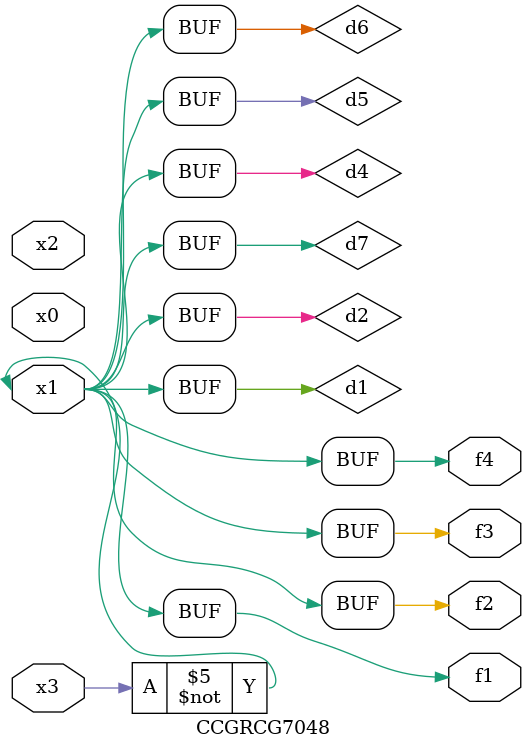
<source format=v>
module CCGRCG7048(
	input x0, x1, x2, x3,
	output f1, f2, f3, f4
);

	wire d1, d2, d3, d4, d5, d6, d7;

	not (d1, x3);
	buf (d2, x1);
	xnor (d3, d1, d2);
	nor (d4, d1);
	buf (d5, d1, d2);
	buf (d6, d4, d5);
	nand (d7, d4);
	assign f1 = d6;
	assign f2 = d7;
	assign f3 = d6;
	assign f4 = d6;
endmodule

</source>
